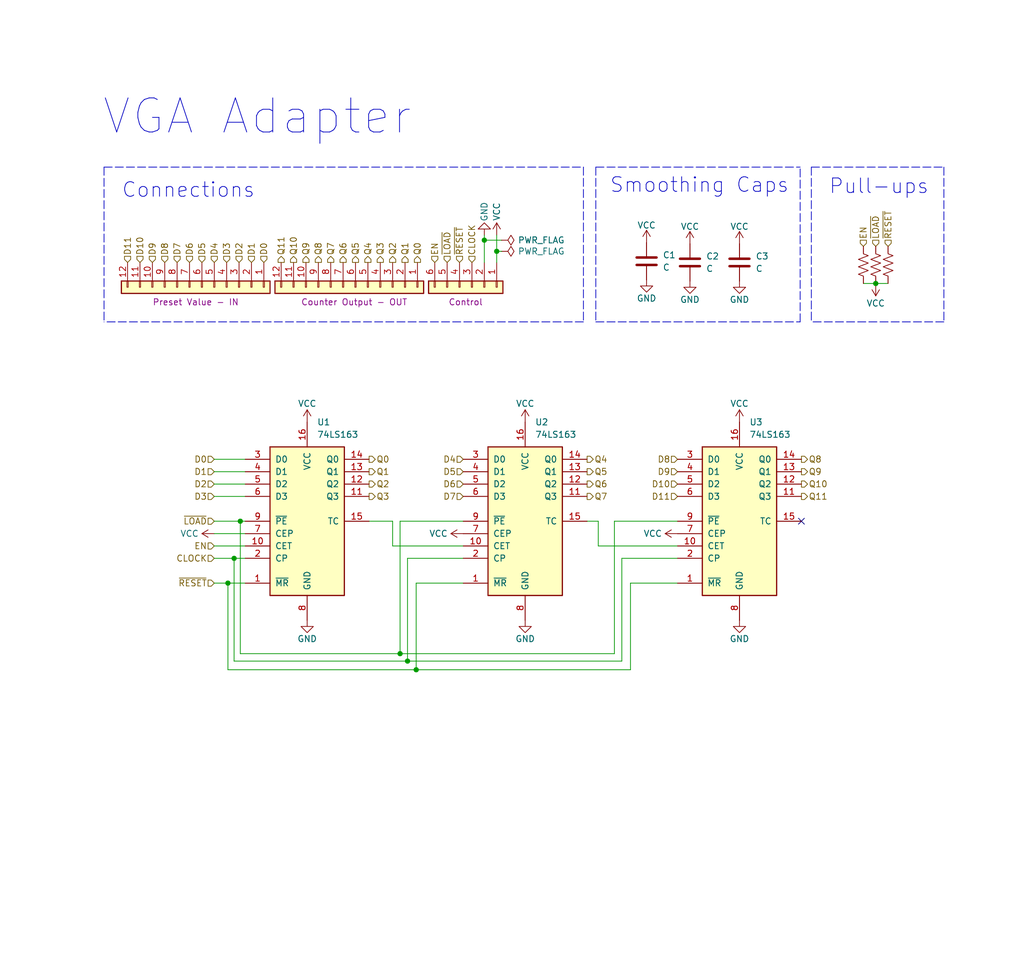
<source format=kicad_sch>
(kicad_sch (version 20211123) (generator eeschema)
  (paper "User" 210.007 200)
  (lib_symbols
    (symbol "74xx:74LS163" (pin_names (offset 1.016))
      (property "Reference" "U" (at -7.62 16.51 0))
      (property "Value" "74LS163" (at -7.62 -16.51 0))
      (symbol "74LS163_1_0"
        (pin input line (at -12.7 -12.7 0) (length 5.08) (name "~{MR}") (number "1"))
        (pin input line (at -12.7 -5.08 0) (length 5.08) (name "CET") (number "10"))
        (pin output line (at 12.7 5.08 180) (length 5.08) (name "Q3") (number "11"))
        (pin output line (at 12.7 7.62 180) (length 5.08) (name "Q2") (number "12"))
        (pin output line (at 12.7 10.16 180) (length 5.08) (name "Q1") (number "13"))
        (pin output line (at 12.7 12.7 180) (length 5.08) (name "Q0") (number "14"))
        (pin output line (at 12.7 0 180) (length 5.08) (name "TC") (number "15"))
        (pin power_in line (at 0 20.32 270) (length 5.08) (name "VCC") (number "16"))
        (pin input line (at -12.7 -7.62 0) (length 5.08) (name "CP") (number "2"))
        (pin input line (at -12.7 12.7 0) (length 5.08) (name "D0") (number "3"))
        (pin input line (at -12.7 10.16 0) (length 5.08) (name "D1") (number "4"))
        (pin input line (at -12.7 7.62 0) (length 5.08) (name "D2") (number "5"))
        (pin input line (at -12.7 5.08 0) (length 5.08) (name "D3") (number "6"))
        (pin input line (at -12.7 -2.54 0) (length 5.08) (name "CEP") (number "7"))
        (pin power_in line (at 0 -20.32 90) (length 5.08) (name "GND") (number "8"))
        (pin input line (at -12.7 0 0) (length 5.08) (name "~{PE}") (number "9"))
      )
      (symbol "74LS163_1_1"
        (rectangle (start -7.62 15.24) (end 7.62 -15.24) (stroke (width 0.254)) (fill (type background)))
      )
    )
    (symbol "Connector_Generic:Conn_01x06" (pin_names (offset 1.016) hide)
      (property "Reference" "J" (at 0 7.62 0))
      (property "Value" "Conn_01x06" (at 0 -10.16 0))
      (symbol "Conn_01x06_1_1"
        (rectangle (start -1.27 -7.493) (end 0 -7.747) (stroke (width 0.1524)))
        (rectangle (start -1.27 -4.953) (end 0 -5.207) (stroke (width 0.1524)))
        (rectangle (start -1.27 -2.413) (end 0 -2.667) (stroke (width 0.1524)))
        (rectangle (start -1.27 0.127) (end 0 -0.127) (stroke (width 0.1524)))
        (rectangle (start -1.27 2.667) (end 0 2.413) (stroke (width 0.1524)))
        (rectangle (start -1.27 5.207) (end 0 4.953) (stroke (width 0.1524)))
        (rectangle (start -1.27 6.35) (end 1.27 -8.89) (stroke (width 0.254)) (fill (type background)))
        (pin passive line (at -5.08 5.08 0) (length 3.81) (name "Pin_1") (number "1"))
        (pin passive line (at -5.08 2.54 0) (length 3.81) (name "Pin_2") (number "2"))
        (pin passive line (at -5.08 0 0) (length 3.81) (name "Pin_3") (number "3"))
        (pin passive line (at -5.08 -2.54 0) (length 3.81) (name "Pin_4") (number "4"))
        (pin passive line (at -5.08 -5.08 0) (length 3.81) (name "Pin_5") (number "5"))
        (pin passive line (at -5.08 -7.62 0) (length 3.81) (name "Pin_6") (number "6"))
      )
    )
    (symbol "Connector_Generic:Conn_01x12" (pin_names (offset 1.016) hide)
      (property "Reference" "J" (at 0 15.24 0))
      (property "Value" "Conn_01x12" (at 0 -17.78 0))
      (symbol "Conn_01x12_1_1"
        (rectangle (start -1.27 -15.113) (end 0 -15.367) (stroke (width 0.1524)))
        (rectangle (start -1.27 -12.573) (end 0 -12.827) (stroke (width 0.1524)))
        (rectangle (start -1.27 -10.033) (end 0 -10.287) (stroke (width 0.1524)))
        (rectangle (start -1.27 -7.493) (end 0 -7.747) (stroke (width 0.1524)))
        (rectangle (start -1.27 -4.953) (end 0 -5.207) (stroke (width 0.1524)))
        (rectangle (start -1.27 -2.413) (end 0 -2.667) (stroke (width 0.1524)))
        (rectangle (start -1.27 0.127) (end 0 -0.127) (stroke (width 0.1524)))
        (rectangle (start -1.27 2.667) (end 0 2.413) (stroke (width 0.1524)))
        (rectangle (start -1.27 5.207) (end 0 4.953) (stroke (width 0.1524)))
        (rectangle (start -1.27 7.747) (end 0 7.493) (stroke (width 0.1524)))
        (rectangle (start -1.27 10.287) (end 0 10.033) (stroke (width 0.1524)))
        (rectangle (start -1.27 12.827) (end 0 12.573) (stroke (width 0.1524)))
        (rectangle (start -1.27 13.97) (end 1.27 -16.51) (stroke (width 0.254)) (fill (type background)))
        (pin passive line (at -5.08 12.7 0) (length 3.81) (name "Pin_1") (number "1"))
        (pin passive line (at -5.08 -10.16 0) (length 3.81) (name "Pin_10") (number "10"))
        (pin passive line (at -5.08 -12.7 0) (length 3.81) (name "Pin_11") (number "11"))
        (pin passive line (at -5.08 -15.24 0) (length 3.81) (name "Pin_12") (number "12"))
        (pin passive line (at -5.08 10.16 0) (length 3.81) (name "Pin_2") (number "2"))
        (pin passive line (at -5.08 7.62 0) (length 3.81) (name "Pin_3") (number "3"))
        (pin passive line (at -5.08 5.08 0) (length 3.81) (name "Pin_4") (number "4"))
        (pin passive line (at -5.08 2.54 0) (length 3.81) (name "Pin_5") (number "5"))
        (pin passive line (at -5.08 0 0) (length 3.81) (name "Pin_6") (number "6"))
        (pin passive line (at -5.08 -2.54 0) (length 3.81) (name "Pin_7") (number "7"))
        (pin passive line (at -5.08 -5.08 0) (length 3.81) (name "Pin_8") (number "8"))
        (pin passive line (at -5.08 -7.62 0) (length 3.81) (name "Pin_9") (number "9"))
      )
    )
    (symbol "Device:C" (pin_numbers hide) (pin_names (offset 0.254))
      (property "Reference" "C" (at 0.635 2.54 0))
      (property "Value" "C" (at 0.635 -2.54 0))
      (symbol "C_0_1"
        (polyline (pts (xy -2.032 -0.762) (xy 2.032 -0.762)) (stroke (width 0.508)))
        (polyline (pts (xy -2.032 0.762) (xy 2.032 0.762)) (stroke (width 0.508)))
      )
      (symbol "C_1_1"
        (pin passive line (at 0 3.81 270) (length 2.794) (name "~") (number "1"))
        (pin passive line (at 0 -3.81 90) (length 2.794) (name "~") (number "2"))
      )
    )
    (symbol "Device:R_US" (pin_numbers hide) (pin_names (offset 0))
      (property "Reference" "R" (at 2.54 0 90))
      (property "Value" "R_US" (at -2.54 0 90))
      (symbol "R_US_0_1"
        (polyline (pts (xy 0 -2.286) (xy 0 -2.54)))
        (polyline (pts (xy 0 2.286) (xy 0 2.54)))
        (polyline (pts (xy 0 -0.762) (xy 1.016 -1.143) (xy 0 -1.524) (xy -1.016 -1.905) (xy 0 -2.286)))
        (polyline (pts (xy 0 0.762) (xy 1.016 0.381) (xy 0 0) (xy -1.016 -0.381) (xy 0 -0.762)))
        (polyline (pts (xy 0 2.286) (xy 1.016 1.905) (xy 0 1.524) (xy -1.016 1.143) (xy 0 0.762)))
      )
      (symbol "R_US_1_1"
        (pin passive line (at 0 3.81 270) (length 1.27) (name "~") (number "1"))
        (pin passive line (at 0 -3.81 90) (length 1.27) (name "~") (number "2"))
      )
    )
    (symbol "power:GND" (power) (pin_names (offset 0))
      (property "Value" "GND" (at 0 -3.81 0))
      (symbol "GND_0_1"
        (polyline (pts (xy 0 0) (xy 0 -1.27) (xy 1.27 -1.27) (xy 0 -2.54) (xy -1.27 -1.27) (xy 0 -1.27)))
      )
      (symbol "GND_1_1"
        (pin power_in line (at 0 0 270) (length 0) hide (name "GND") (number "1"))
      )
    )
    (symbol "power:PWR_FLAG" (power) (pin_numbers hide) (pin_names (offset 0) hide)
      (property "Value" "PWR_FLAG" (at 0 3.81 0))
      (symbol "PWR_FLAG_0_0"
        (pin power_out line (at 0 0 90) (length 0) (name "pwr") (number "1"))
      )
      (symbol "PWR_FLAG_0_1"
        (polyline (pts (xy 0 0) (xy 0 1.27) (xy -1.016 1.905) (xy 0 2.54) (xy 1.016 1.905) (xy 0 1.27)))
      )
    )
    (symbol "power:VCC" (power) (pin_names (offset 0))
      (property "Value" "VCC" (at 0 3.81 0))
      (symbol "VCC_0_1"
        (polyline (pts (xy -0.762 1.27) (xy 0 2.54)))
        (polyline (pts (xy 0 0) (xy 0 2.54)))
        (polyline (pts (xy 0 2.54) (xy 0.762 1.27)))
      )
      (symbol "VCC_1_1"
        (pin power_in line (at 0 0 90) (length 0) hide (name "VCC") (number "1"))
      )
    )
  )
  (junction (at 85.344 137.414))
  (junction (at 83.566 135.636))
  (junction (at 101.854 51.562))
  (junction (at 179.578 58.166))
  (junction (at 99.314 49.276))
  (junction (at 46.736 119.634))
  (junction (at 49.276 106.934))
  (junction (at 82.042 134.112))
  (junction (at 48.006 114.554))
  (no_connect (at 164.338 106.934))
  (wire (pts (xy 122.682 112.014) (xy 138.938 112.014)))
  (polyline (pts (xy 166.37 34.29) (xy 193.548 34.29)))
  (wire (pts (xy 99.314 48.26) (xy 99.314 49.276)))
  (wire (pts (xy 83.566 135.636) (xy 48.006 135.636)))
  (polyline (pts (xy 193.548 66.04) (xy 166.37 66.04)))
  (polyline (pts (xy 119.634 66.04) (xy 21.336 66.04)))
  (wire (pts (xy 125.984 106.934) (xy 125.984 134.112)))
  (wire (pts (xy 85.344 137.414) (xy 129.286 137.414)))
  (wire (pts (xy 177.038 58.166) (xy 179.578 58.166)))
  (wire (pts (xy 101.854 51.562) (xy 101.854 53.848)))
  (wire (pts (xy 83.566 114.554) (xy 83.566 135.636)))
  (wire (pts (xy 48.006 135.636) (xy 48.006 114.554)))
  (wire (pts (xy 43.942 94.234) (xy 50.292 94.234)))
  (wire (pts (xy 83.566 135.636) (xy 127.508 135.636)))
  (wire (pts (xy 179.578 58.166) (xy 182.118 58.166)))
  (wire (pts (xy 85.344 137.414) (xy 85.344 119.634)))
  (wire (pts (xy 46.736 119.634) (xy 50.292 119.634)))
  (wire (pts (xy 43.942 119.634) (xy 46.736 119.634)))
  (polyline (pts (xy 193.548 34.29) (xy 193.548 66.04)))
  (wire (pts (xy 43.942 109.474) (xy 50.292 109.474)))
  (polyline (pts (xy 122.174 34.29) (xy 122.174 66.04)))
  (wire (pts (xy 80.518 112.014) (xy 94.996 112.014)))
  (wire (pts (xy 82.042 134.112) (xy 125.984 134.112)))
  (polyline (pts (xy 122.174 34.29) (xy 164.084 34.29)))
  (wire (pts (xy 101.854 51.562) (xy 102.87 51.562)))
  (wire (pts (xy 43.942 112.014) (xy 50.292 112.014)))
  (wire (pts (xy 101.854 48.26) (xy 101.854 51.562)))
  (wire (pts (xy 129.286 119.634) (xy 138.938 119.634)))
  (wire (pts (xy 125.984 106.934) (xy 138.938 106.934)))
  (wire (pts (xy 138.938 114.554) (xy 127.508 114.554)))
  (wire (pts (xy 43.942 96.774) (xy 50.292 96.774)))
  (polyline (pts (xy 164.084 66.04) (xy 164.084 34.29)))
  (wire (pts (xy 46.736 119.634) (xy 46.736 137.414)))
  (wire (pts (xy 49.276 106.934) (xy 50.292 106.934)))
  (wire (pts (xy 99.314 49.276) (xy 102.87 49.276)))
  (wire (pts (xy 82.042 134.112) (xy 49.276 134.112)))
  (wire (pts (xy 85.344 119.634) (xy 94.996 119.634)))
  (polyline (pts (xy 21.336 34.29) (xy 21.336 66.04)))
  (wire (pts (xy 43.942 106.934) (xy 49.276 106.934)))
  (polyline (pts (xy 166.37 34.29) (xy 166.37 66.04)))
  (wire (pts (xy 48.006 114.554) (xy 50.292 114.554)))
  (wire (pts (xy 94.996 114.554) (xy 83.566 114.554)))
  (wire (pts (xy 43.942 99.314) (xy 50.292 99.314)))
  (wire (pts (xy 94.996 106.934) (xy 82.042 106.934)))
  (wire (pts (xy 99.314 49.276) (xy 99.314 53.848)))
  (polyline (pts (xy 122.174 66.04) (xy 164.084 66.04)))
  (wire (pts (xy 129.286 137.414) (xy 129.286 119.634)))
  (wire (pts (xy 43.942 101.854) (xy 50.292 101.854)))
  (wire (pts (xy 122.682 112.014) (xy 122.682 106.934)))
  (polyline (pts (xy 119.634 34.29) (xy 119.634 66.04)))
  (wire (pts (xy 43.942 114.554) (xy 48.006 114.554)))
  (wire (pts (xy 120.396 106.934) (xy 122.682 106.934)))
  (wire (pts (xy 82.042 106.934) (xy 82.042 134.112)))
  (wire (pts (xy 49.276 134.112) (xy 49.276 106.934)))
  (wire (pts (xy 80.518 106.934) (xy 80.518 112.014)))
  (wire (pts (xy 127.508 114.554) (xy 127.508 135.636)))
  (polyline (pts (xy 21.336 34.29) (xy 119.634 34.29)))
  (wire (pts (xy 46.736 137.414) (xy 85.344 137.414)))
  (wire (pts (xy 75.692 106.934) (xy 80.518 106.934)))
  (text "Connections" (at 24.892 40.894 0) (effects (font (size 3 3)) (justify left bottom)))
  (text "VGA Adapter" (at 20.828 28.194 0) (effects (font (size 7 7)) (justify left bottom)))
  (text "Pull-ups" (at 169.926 40.132 0) (effects (font (size 3 3)) (justify left bottom)))
  (text "Smoothing Caps" (at 124.968 39.878 0) (effects (font (size 3 3)) (justify left bottom)))
  (hierarchical_label "D2" (shape input) (at 43.942 99.314 180))
  (hierarchical_label "Q4" (shape output) (at 120.396 94.234 0))
  (hierarchical_label "Q4" (shape output) (at 75.438 53.848 90))
  (hierarchical_label "Q0" (shape output) (at 85.598 53.848 90))
  (hierarchical_label "D8" (shape input) (at 138.938 94.234 180))
  (hierarchical_label "Q1" (shape output) (at 75.692 96.774 0))
  (hierarchical_label "D10" (shape input) (at 28.702 53.848 90))
  (hierarchical_label "Q5" (shape output) (at 120.396 96.774 0))
  (hierarchical_label "Q11" (shape output) (at 164.338 101.854 0))
  (hierarchical_label "Q0" (shape output) (at 75.692 94.234 0))
  (hierarchical_label "~{RESET}" (shape input) (at 182.118 50.546 90))
  (hierarchical_label "D11" (shape input) (at 138.938 101.854 180))
  (hierarchical_label "D2" (shape input) (at 49.022 53.848 90))
  (hierarchical_label "D8" (shape input) (at 33.782 53.848 90))
  (hierarchical_label "Q10" (shape output) (at 164.338 99.314 0))
  (hierarchical_label "Q11" (shape output) (at 57.658 53.848 90))
  (hierarchical_label "D0" (shape input) (at 43.942 94.234 180))
  (hierarchical_label "EN" (shape input) (at 177.038 50.546 90))
  (hierarchical_label "Q1" (shape output) (at 83.058 53.848 90))
  (hierarchical_label "D5" (shape input) (at 41.402 53.848 90))
  (hierarchical_label "D4" (shape input) (at 43.942 53.848 90))
  (hierarchical_label "D7" (shape input) (at 36.322 53.848 90))
  (hierarchical_label "D5" (shape input) (at 94.996 96.774 180))
  (hierarchical_label "Q6" (shape output) (at 120.396 99.314 0))
  (hierarchical_label "D1" (shape input) (at 43.942 96.774 180))
  (hierarchical_label "Q7" (shape output) (at 67.818 53.848 90))
  (hierarchical_label "Q3" (shape output) (at 77.978 53.848 90))
  (hierarchical_label "Q9" (shape output) (at 62.738 53.848 90))
  (hierarchical_label "Q7" (shape output) (at 120.396 101.854 0))
  (hierarchical_label "D0" (shape input) (at 54.102 53.848 90))
  (hierarchical_label "Q8" (shape output) (at 65.278 53.848 90))
  (hierarchical_label "~{RESET}" (shape input) (at 43.942 119.634 180))
  (hierarchical_label "D9" (shape input) (at 31.242 53.848 90))
  (hierarchical_label "D10" (shape input) (at 138.938 99.314 180))
  (hierarchical_label "CLOCK" (shape input) (at 43.942 114.554 180))
  (hierarchical_label "EN" (shape input) (at 89.154 53.848 90))
  (hierarchical_label "D3" (shape input) (at 43.942 101.854 180))
  (hierarchical_label "~{RESET}" (shape input) (at 94.234 53.848 90))
  (hierarchical_label "~{LOAD}" (shape input) (at 43.942 106.934 180))
  (hierarchical_label "Q8" (shape output) (at 164.338 94.234 0))
  (hierarchical_label "Q10" (shape output) (at 60.198 53.848 90))
  (hierarchical_label "D3" (shape input) (at 46.482 53.848 90))
  (hierarchical_label "D4" (shape input) (at 94.996 94.234 180))
  (hierarchical_label "Q5" (shape output) (at 72.898 53.848 90))
  (hierarchical_label "Q9" (shape output) (at 164.338 96.774 0))
  (hierarchical_label "Q2" (shape output) (at 80.518 53.848 90))
  (hierarchical_label "D1" (shape input) (at 51.562 53.848 90))
  (hierarchical_label "D11" (shape input) (at 26.162 53.848 90))
  (hierarchical_label "Q6" (shape output) (at 70.358 53.848 90))
  (hierarchical_label "D6" (shape input) (at 38.862 53.848 90))
  (hierarchical_label "Q2" (shape output) (at 75.692 99.314 0))
  (hierarchical_label "~{LOAD}" (shape input) (at 179.578 50.546 90))
  (hierarchical_label "D9" (shape input) (at 138.938 96.774 180))
  (hierarchical_label "D6" (shape input) (at 94.996 99.314 180))
  (hierarchical_label "~{LOAD}" (shape input) (at 91.694 53.848 90))
  (hierarchical_label "CLOCK" (shape input) (at 96.774 53.848 90))
  (hierarchical_label "EN" (shape input) (at 43.942 112.014 180))
  (hierarchical_label "D7" (shape input) (at 94.996 101.854 180))
  (hierarchical_label "Q3" (shape output) (at 75.692 101.854 0))
  (symbol (lib_id "Device:R_US") (at 182.118 54.356 0) (unit 1)
    (property "Reference" "R3" (effects hide))
    (property "Value" "R_US" (effects hide))
    (property "Footprint" "Resistor_SMD:R_0805_2012Metric" (effects hide))
  )
  (symbol (lib_id "Connector_Generic:Conn_01x12") (at 72.898 58.928 270) (unit 1)
    (property "Reference" "J2" (effects hide))
    (property "Value" "Conn_01x12" (effects hide))
    (property "Footprint" "Connector_PinHeader_2.54mm:PinHeader_1x12_P2.54mm_Vertical" (effects hide))
    (property "Field4" "Counter Output - OUT" (at 72.644 61.976 90))
  )
  (symbol (lib_id "Device:R_US") (at 177.038 54.356 0) (unit 1)
    (property "Reference" "R1" (effects hide))
    (property "Value" "R_US" (effects hide))
    (property "Footprint" "Resistor_SMD:R_0805_2012Metric" (effects hide))
  )
  (symbol (lib_id "power:GND") (at 151.638 127.254 0) (unit 1)
    (property "Reference" "#PWR019" (effects hide))
    (property "Value" "GND" (at 151.638 131.064 0))
  )
  (symbol (lib_id "power:GND") (at 141.478 57.658 0) (unit 1)
    (property "Reference" "#PWR010" (effects hide))
    (property "Value" "GND" (at 141.478 61.468 0))
  )
  (symbol (lib_id "power:GND") (at 99.314 48.26 180) (unit 1)
    (property "Reference" "#PWR015" (effects hide))
    (property "Value" "GND" (at 99.314 43.434 90))
  )
  (symbol (lib_id "power:VCC") (at 132.588 49.784 0) (unit 1)
    (property "Reference" "#PWR07" (effects hide))
    (property "Value" "VCC" (at 132.588 46.228 0))
  )
  (symbol (lib_id "power:VCC") (at 101.854 48.26 0) (unit 1)
    (property "Reference" "#PWR016" (effects hide))
    (property "Value" "VCC" (at 101.854 43.434 90))
  )
  (symbol (lib_id "power:GND") (at 107.696 127.254 0) (unit 1)
    (property "Reference" "#PWR014" (effects hide))
    (property "Value" "GND" (at 107.696 131.064 0))
  )
  (symbol (lib_id "power:VCC") (at 151.638 50.038 0) (unit 1)
    (property "Reference" "#PWR011" (effects hide))
    (property "Value" "VCC" (at 151.638 46.482 0))
  )
  (symbol (lib_id "power:VCC") (at 107.696 86.614 0) (unit 1)
    (property "Reference" "#PWR013" (effects hide))
    (property "Value" "VCC" (at 107.696 82.804 0))
  )
  (symbol (lib_id "power:PWR_FLAG") (at 102.87 49.276 270) (unit 1)
    (property "Reference" "#FLG01" (effects hide))
    (property "Value" "PWR_FLAG" (at 106.172 49.2759 90) (effects (justify left)))
  )
  (symbol (lib_id "Connector_Generic:Conn_01x06") (at 96.774 58.928 270) (unit 1)
    (property "Reference" "J3" (effects hide))
    (property "Value" "Conn_01x06" (effects hide))
    (property "Footprint" "Connector_PinHeader_2.54mm:PinHeader_1x06_P2.54mm_Vertical" (effects hide))
    (property "Field4" "Control" (at 95.504 61.976 90))
  )
  (symbol (lib_id "Device:R_US") (at 179.578 54.356 0) (unit 1)
    (property "Reference" "R2" (effects hide))
    (property "Value" "R_US" (effects hide))
    (property "Footprint" "Resistor_SMD:R_0805_2012Metric" (effects hide))
  )
  (symbol (lib_id "74xx:74LS163") (at 62.992 106.934 0) (unit 1)
    (property "Reference" "U1" (at 65.0114 86.614 0) (effects (justify left)))
    (property "Value" "74LS163" (at 65.0114 89.154 0) (effects (justify left)))
    (property "Footprint" "Package_SO:TSSOP-16_4.4x5mm_P0.65mm" (effects hide))
    (property "Datasheet" "http://www.ti.com/lit/gpn/sn74LS163" (effects hide))
  )
  (symbol (lib_id "power:VCC") (at 179.578 58.166 180) (unit 1)
    (property "Reference" "#PWR0101" (effects hide))
    (property "Value" "VCC" (at 179.578 62.23 0))
  )
  (symbol (lib_id "Connector_Generic:Conn_01x12") (at 41.402 58.928 270) (unit 1)
    (property "Reference" "J1" (effects hide))
    (property "Value" "Conn_01x12" (effects hide))
    (property "Footprint" "Connector_PinHeader_2.54mm:PinHeader_1x12_P2.54mm_Vertical" (effects hide))
    (property "Field4" "Preset Value - IN" (at 40.132 61.976 90))
  )
  (symbol (lib_id "power:GND") (at 132.588 57.404 0) (unit 1)
    (property "Reference" "#PWR08" (effects hide))
    (property "Value" "GND" (at 132.588 61.214 0))
  )
  (symbol (lib_id "74xx:74LS163") (at 107.696 106.934 0) (unit 1)
    (property "Reference" "U2" (at 109.7154 86.614 0) (effects (justify left)))
    (property "Value" "74LS163" (at 109.7154 89.154 0) (effects (justify left)))
    (property "Footprint" "Package_SO:TSSOP-16_4.4x5mm_P0.65mm" (effects hide))
    (property "Datasheet" "http://www.ti.com/lit/gpn/sn74LS163" (effects hide))
  )
  (symbol (lib_id "Device:C") (at 151.638 53.848 0) (unit 1)
    (property "Reference" "C3" (at 154.94 52.5779 0) (effects (justify left)))
    (property "Value" "C" (at 154.94 55.1179 0) (effects (justify left)))
    (property "Footprint" "Capacitor_SMD:C_0805_2012Metric" (effects hide))
  )
  (symbol (lib_id "Device:C") (at 141.478 53.848 0) (unit 1)
    (property "Reference" "C2" (at 144.78 52.5779 0) (effects (justify left)))
    (property "Value" "C" (at 144.78 55.1179 0) (effects (justify left)))
    (property "Footprint" "Capacitor_SMD:C_0805_2012Metric" (effects hide))
  )
  (symbol (lib_id "power:VCC") (at 94.996 109.474 90) (unit 1)
    (property "Reference" "#PWR06" (effects hide))
    (property "Value" "VCC" (at 89.916 109.474 90))
  )
  (symbol (lib_id "power:GND") (at 62.992 127.254 0) (unit 1)
    (property "Reference" "#PWR05" (effects hide))
    (property "Value" "GND" (at 62.992 131.064 0))
  )
  (symbol (lib_id "Device:C") (at 132.588 53.594 0) (unit 1)
    (property "Reference" "C1" (at 135.89 52.3239 0) (effects (justify left)))
    (property "Value" "C" (at 135.89 54.8639 0) (effects (justify left)))
    (property "Footprint" "Capacitor_SMD:C_0805_2012Metric" (effects hide))
  )
  (symbol (lib_id "power:GND") (at 151.638 57.658 0) (unit 1)
    (property "Reference" "#PWR012" (effects hide))
    (property "Value" "GND" (at 151.638 61.468 0))
  )
  (symbol (lib_id "74xx:74LS163") (at 151.638 106.934 0) (unit 1)
    (property "Reference" "U3" (at 153.6574 86.614 0) (effects (justify left)))
    (property "Value" "74LS163" (at 153.6574 89.154 0) (effects (justify left)))
    (property "Footprint" "Package_SO:TSSOP-16_4.4x5mm_P0.65mm" (effects hide))
    (property "Datasheet" "http://www.ti.com/lit/gpn/sn74LS163" (effects hide))
  )
  (symbol (lib_id "power:VCC") (at 43.942 109.474 90) (unit 1)
    (property "Reference" "#PWR03" (effects hide))
    (property "Value" "VCC" (at 38.862 109.474 90))
  )
  (symbol (lib_id "power:VCC") (at 151.638 86.614 0) (unit 1)
    (property "Reference" "#PWR018" (effects hide))
    (property "Value" "VCC" (at 151.638 82.804 0))
  )
  (symbol (lib_id "power:PWR_FLAG") (at 102.87 51.562 270) (unit 1)
    (property "Reference" "#FLG02" (effects hide))
    (property "Value" "PWR_FLAG" (at 106.172 51.5619 90) (effects (justify left)))
  )
  (symbol (lib_id "power:VCC") (at 141.478 50.038 0) (unit 1)
    (property "Reference" "#PWR09" (effects hide))
    (property "Value" "VCC" (at 141.478 46.482 0))
  )
  (symbol (lib_id "power:VCC") (at 62.992 86.614 0) (unit 1)
    (property "Reference" "#PWR04" (effects hide))
    (property "Value" "VCC" (at 62.992 82.804 0))
  )
  (symbol (lib_id "power:VCC") (at 138.938 109.474 90) (unit 1)
    (property "Reference" "#PWR017" (effects hide))
    (property "Value" "VCC" (at 133.858 109.474 90))
  )
)
</source>
